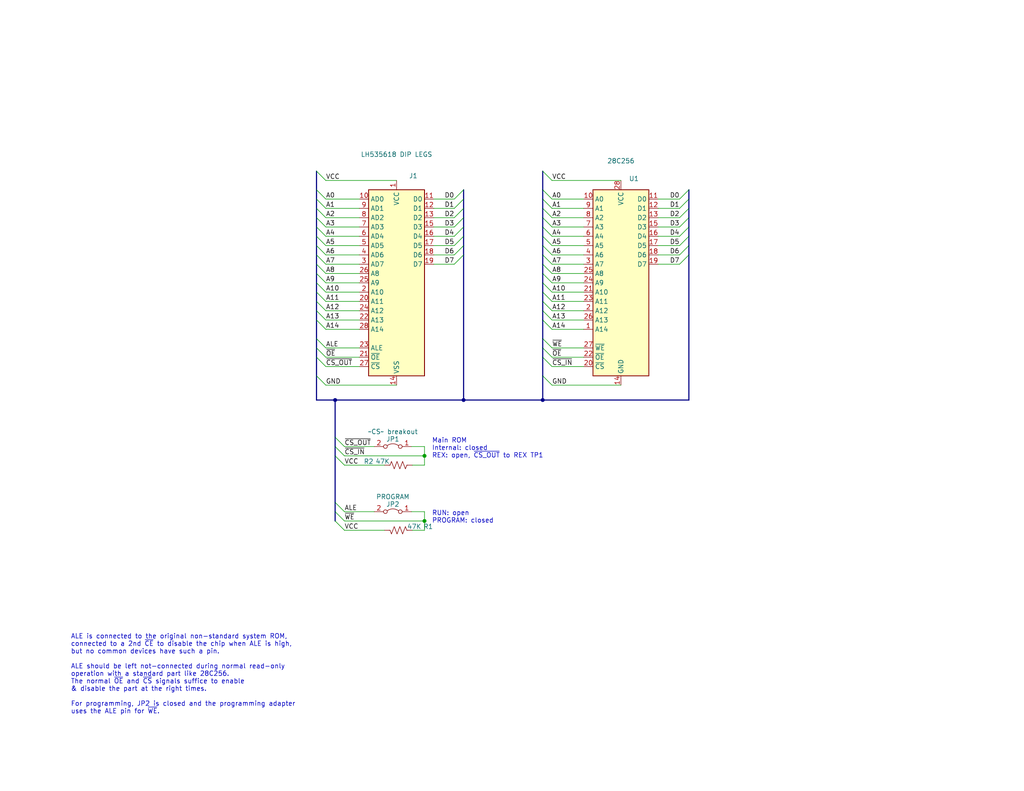
<source format=kicad_sch>
(kicad_sch (version 20211123) (generator eeschema)
  (paper "USLetter")
  (title_block (title "28C256 SOIC to LH535618 DIP") (date "2021-03-07") (rev "002") (company "Brian K. White - b.kenyon.w@gmail.com") (comment 1 "TRS-80 Model 100 system rom M12") (comment 2 "Support REX main rom feature"))
  (lib_symbols
    (symbol "000_LOCAL:28C256"
      (property "Reference" "U" (at -7.62 26.67 0))
      (property "Value" "28C256" (at 2.54 -26.67 0))
      (symbol "28C256_1_1"
        (rectangle (start -7.62 25.4) (end 7.62 -25.4) (stroke (width 0.254)) (fill (type background)))
        (pin input line (at -10.16 -12.7 0) (length 2.54) (name "A14") (number "1"))
        (pin input line (at -10.16 22.86 0) (length 2.54) (name "A0") (number "10"))
        (pin tri_state line (at 10.16 22.86 180) (length 2.54) (name "D0") (number "11"))
        (pin tri_state line (at 10.16 20.32 180) (length 2.54) (name "D1") (number "12"))
        (pin tri_state line (at 10.16 17.78 180) (length 2.54) (name "D2") (number "13"))
        (pin power_in line (at 0 -27.94 90) (length 2.54) (name "GND") (number "14"))
        (pin tri_state line (at 10.16 15.24 180) (length 2.54) (name "D3") (number "15"))
        (pin tri_state line (at 10.16 12.7 180) (length 2.54) (name "D4") (number "16"))
        (pin tri_state line (at 10.16 10.16 180) (length 2.54) (name "D5") (number "17"))
        (pin tri_state line (at 10.16 7.62 180) (length 2.54) (name "D6") (number "18"))
        (pin tri_state line (at 10.16 5.08 180) (length 2.54) (name "D7") (number "19"))
        (pin input line (at -10.16 -7.62 0) (length 2.54) (name "A12") (number "2"))
        (pin input line (at -10.16 -22.86 0) (length 2.54) (name "~{CS}") (number "20"))
        (pin input line (at -10.16 -2.54 0) (length 2.54) (name "A10") (number "21"))
        (pin input line (at -10.16 -20.32 0) (length 2.54) (name "~{OE}") (number "22"))
        (pin input line (at -10.16 -5.08 0) (length 2.54) (name "A11") (number "23"))
        (pin input line (at -10.16 0 0) (length 2.54) (name "A9") (number "24"))
        (pin input line (at -10.16 2.54 0) (length 2.54) (name "A8") (number "25"))
        (pin input line (at -10.16 -10.16 0) (length 2.54) (name "A13") (number "26"))
        (pin input line (at -10.16 -17.78 0) (length 2.54) (name "~{WE}") (number "27"))
        (pin power_in line (at 0 27.94 270) (length 2.54) (name "VCC") (number "28"))
        (pin input line (at -10.16 5.08 0) (length 2.54) (name "A7") (number "3"))
        (pin input line (at -10.16 7.62 0) (length 2.54) (name "A6") (number "4"))
        (pin input line (at -10.16 10.16 0) (length 2.54) (name "A5") (number "5"))
        (pin input line (at -10.16 12.7 0) (length 2.54) (name "A4") (number "6"))
        (pin input line (at -10.16 15.24 0) (length 2.54) (name "A3") (number "7"))
        (pin input line (at -10.16 17.78 0) (length 2.54) (name "A2") (number "8"))
        (pin input line (at -10.16 20.32 0) (length 2.54) (name "A1") (number "9"))
      )
    )
    (symbol "000_LOCAL:Jumper_2_Bridged" (pin_names (offset 0) hide)
      (property "Reference" "JP" (at 0 1.905 0))
      (property "Value" "Jumper_2_Bridged" (at 0 -2.54 0))
      (symbol "Jumper_2_Bridged_0_0"
        (circle (center -2.032 0) (radius 0.508))
        (circle (center 2.032 0) (radius 0.508))
      )
      (symbol "Jumper_2_Bridged_0_1"
        (arc (start 1.524 0.254) (mid 0 0.762) (end -1.524 0.254))
      )
      (symbol "Jumper_2_Bridged_1_1"
        (pin passive line (at -5.08 0 0) (length 2.54) (name "A") (number "1"))
        (pin passive line (at 5.08 0 180) (length 2.54) (name "B") (number "2"))
      )
    )
    (symbol "000_LOCAL:LH535618"
      (property "Reference" "U" (at -7.62 26.67 0))
      (property "Value" "LH535618" (at 2.54 -26.67 0))
      (symbol "LH535618_1_1"
        (rectangle (start -7.62 25.4) (end 7.62 -25.4) (stroke (width 0.254)) (fill (type background)))
        (pin power_in line (at 0 27.94 270) (length 2.54) (name "VCC") (number "1"))
        (pin input line (at -10.16 22.86 0) (length 2.54) (name "AD0") (number "10"))
        (pin tri_state line (at 10.16 22.86 180) (length 2.54) (name "D0") (number "11"))
        (pin tri_state line (at 10.16 20.32 180) (length 2.54) (name "D1") (number "12"))
        (pin tri_state line (at 10.16 17.78 180) (length 2.54) (name "D2") (number "13"))
        (pin power_in line (at 0 -27.94 90) (length 2.54) (name "VSS") (number "14"))
        (pin tri_state line (at 10.16 15.24 180) (length 2.54) (name "D3") (number "15"))
        (pin tri_state line (at 10.16 12.7 180) (length 2.54) (name "D4") (number "16"))
        (pin tri_state line (at 10.16 10.16 180) (length 2.54) (name "D5") (number "17"))
        (pin tri_state line (at 10.16 7.62 180) (length 2.54) (name "D6") (number "18"))
        (pin tri_state line (at 10.16 5.08 180) (length 2.54) (name "D7") (number "19"))
        (pin input line (at -10.16 -2.54 0) (length 2.54) (name "A10") (number "2"))
        (pin input line (at -10.16 -5.08 0) (length 2.54) (name "A11") (number "20"))
        (pin input line (at -10.16 -20.32 0) (length 2.54) (name "~{OE}") (number "21"))
        (pin input line (at -10.16 -10.16 0) (length 2.54) (name "A13") (number "22"))
        (pin input line (at -10.16 -17.78 0) (length 2.54) (name "ALE") (number "23"))
        (pin input line (at -10.16 -7.62 0) (length 2.54) (name "A12") (number "24"))
        (pin input line (at -10.16 0 0) (length 2.54) (name "A9") (number "25"))
        (pin input line (at -10.16 2.54 0) (length 2.54) (name "A8") (number "26"))
        (pin input line (at -10.16 -22.86 0) (length 2.54) (name "~{CS}") (number "27"))
        (pin input line (at -10.16 -12.7 0) (length 2.54) (name "A14") (number "28"))
        (pin input line (at -10.16 5.08 0) (length 2.54) (name "AD7") (number "3"))
        (pin input line (at -10.16 7.62 0) (length 2.54) (name "AD6") (number "4"))
        (pin input line (at -10.16 10.16 0) (length 2.54) (name "AD5") (number "5"))
        (pin input line (at -10.16 12.7 0) (length 2.54) (name "AD4") (number "6"))
        (pin input line (at -10.16 15.24 0) (length 2.54) (name "AD3") (number "7"))
        (pin input line (at -10.16 17.78 0) (length 2.54) (name "AD2") (number "8"))
        (pin input line (at -10.16 20.32 0) (length 2.54) (name "AD1") (number "9"))
      )
    )
    (symbol "000_LOCAL:R_US" (pin_numbers hide) (pin_names (offset 0))
      (property "Reference" "R" (at 2.54 0 90))
      (property "Value" "R_US" (at -2.54 0 90))
      (symbol "R_US_0_1"
        (polyline (pts (xy 0 -2.286) (xy 0 -2.54)))
        (polyline (pts (xy 0 2.286) (xy 0 2.54)))
        (polyline (pts (xy 0 -0.762) (xy 1.016 -1.143) (xy 0 -1.524) (xy -1.016 -1.905) (xy 0 -2.286)))
        (polyline (pts (xy 0 0.762) (xy 1.016 0.381) (xy 0 0) (xy -1.016 -0.381) (xy 0 -0.762)))
        (polyline (pts (xy 0 2.286) (xy 1.016 1.905) (xy 0 1.524) (xy -1.016 1.143) (xy 0 0.762)))
      )
      (symbol "R_US_1_1"
        (pin passive line (at 0 3.81 270) (length 1.27) (name "~") (number "1"))
        (pin passive line (at 0 -3.81 90) (length 1.27) (name "~") (number "2"))
      )
    )
  )
  (junction (at 148.082 109.22))
  (junction (at 115.824 124.46))
  (junction (at 126.492 109.22))
  (junction (at 115.824 142.24))
  (junction (at 91.44 109.22))
  (bus_entry (at 148.082 97.536) (size 2.54 2.54))
  (bus_entry (at 86.36 102.616) (size 2.54 2.54))
  (bus_entry (at 148.082 77.216) (size 2.54 2.54))
  (bus_entry (at 123.952 61.976) (size 2.54 -2.54))
  (bus_entry (at 148.082 72.136) (size 2.54 2.54))
  (bus_entry (at 123.952 69.596) (size 2.54 -2.54))
  (bus_entry (at 185.42 59.436) (size 2.54 -2.54))
  (bus_entry (at 86.36 69.596) (size 2.54 2.54))
  (bus_entry (at 185.42 69.596) (size 2.54 -2.54))
  (bus_entry (at 91.44 142.24) (size 2.54 2.54))
  (bus_entry (at 148.082 87.376) (size 2.54 2.54))
  (bus_entry (at 148.082 92.456) (size 2.54 2.54))
  (bus_entry (at 91.44 121.92) (size 2.54 2.54))
  (bus_entry (at 123.952 72.136) (size 2.54 -2.54))
  (bus_entry (at 148.082 84.836) (size 2.54 2.54))
  (bus_entry (at 148.082 51.816) (size 2.54 2.54))
  (bus_entry (at 91.44 119.38) (size 2.54 2.54))
  (bus_entry (at 148.082 74.676) (size 2.54 2.54))
  (bus_entry (at 91.44 137.16) (size 2.54 2.54))
  (bus_entry (at 86.36 51.816) (size 2.54 2.54))
  (bus_entry (at 86.36 67.056) (size 2.54 2.54))
  (bus_entry (at 86.36 92.456) (size 2.54 2.54))
  (bus_entry (at 86.36 87.376) (size 2.54 2.54))
  (bus_entry (at 91.44 124.46) (size 2.54 2.54))
  (bus_entry (at 148.082 54.356) (size 2.54 2.54))
  (bus_entry (at 148.082 64.516) (size 2.54 2.54))
  (bus_entry (at 86.36 82.296) (size 2.54 2.54))
  (bus_entry (at 86.36 84.836) (size 2.54 2.54))
  (bus_entry (at 148.082 67.056) (size 2.54 2.54))
  (bus_entry (at 148.082 82.296) (size 2.54 2.54))
  (bus_entry (at 86.36 46.736) (size 2.54 2.54))
  (bus_entry (at 148.082 102.616) (size 2.54 2.54))
  (bus_entry (at 86.36 74.676) (size 2.54 2.54))
  (bus_entry (at 185.42 72.136) (size 2.54 -2.54))
  (bus_entry (at 148.082 56.896) (size 2.54 2.54))
  (bus_entry (at 185.42 54.356) (size 2.54 -2.54))
  (bus_entry (at 148.082 79.756) (size 2.54 2.54))
  (bus_entry (at 148.082 69.596) (size 2.54 2.54))
  (bus_entry (at 86.36 61.976) (size 2.54 2.54))
  (bus_entry (at 123.952 67.056) (size 2.54 -2.54))
  (bus_entry (at 86.36 79.756) (size 2.54 2.54))
  (bus_entry (at 91.44 139.7) (size 2.54 2.54))
  (bus_entry (at 185.42 64.516) (size 2.54 -2.54))
  (bus_entry (at 123.952 54.356) (size 2.54 -2.54))
  (bus_entry (at 148.082 59.436) (size 2.54 2.54))
  (bus_entry (at 185.42 67.056) (size 2.54 -2.54))
  (bus_entry (at 86.36 77.216) (size 2.54 2.54))
  (bus_entry (at 123.952 59.436) (size 2.54 -2.54))
  (bus_entry (at 86.36 64.516) (size 2.54 2.54))
  (bus_entry (at 148.082 94.996) (size 2.54 2.54))
  (bus_entry (at 148.082 46.736) (size 2.54 2.54))
  (bus_entry (at 86.36 97.536) (size 2.54 2.54))
  (bus_entry (at 86.36 94.996) (size 2.54 2.54))
  (bus_entry (at 123.952 56.896) (size 2.54 -2.54))
  (bus_entry (at 123.952 64.516) (size 2.54 -2.54))
  (bus_entry (at 86.36 59.436) (size 2.54 2.54))
  (bus_entry (at 185.42 56.896) (size 2.54 -2.54))
  (bus_entry (at 148.082 61.976) (size 2.54 2.54))
  (bus_entry (at 86.36 72.136) (size 2.54 2.54))
  (bus_entry (at 86.36 56.896) (size 2.54 2.54))
  (bus_entry (at 185.42 61.976) (size 2.54 -2.54))
  (bus_entry (at 86.36 54.356) (size 2.54 2.54))
  (bus (pts (xy 148.082 69.596) (xy 148.082 72.136)))
  (wire (pts (xy 93.98 139.7) (xy 102.108 139.7)))
  (bus (pts (xy 86.36 54.356) (xy 86.36 56.896)))
  (bus (pts (xy 148.082 94.996) (xy 148.082 97.536)))
  (bus (pts (xy 187.96 64.516) (xy 187.96 67.056)))
  (bus (pts (xy 148.082 64.516) (xy 148.082 67.056)))
  (wire (pts (xy 88.9 61.976) (xy 98.044 61.976)))
  (wire (pts (xy 150.622 54.356) (xy 159.258 54.356)))
  (bus (pts (xy 91.44 121.92) (xy 91.44 124.46)))
  (wire (pts (xy 118.364 54.356) (xy 123.952 54.356)))
  (wire (pts (xy 150.622 59.436) (xy 159.258 59.436)))
  (bus (pts (xy 86.36 64.516) (xy 86.36 67.056)))
  (wire (pts (xy 179.578 54.356) (xy 185.42 54.356)))
  (bus (pts (xy 126.492 64.516) (xy 126.492 67.056)))
  (wire (pts (xy 115.824 121.92) (xy 112.268 121.92)))
  (bus (pts (xy 86.36 79.756) (xy 86.36 82.296)))
  (wire (pts (xy 150.622 77.216) (xy 159.258 77.216)))
  (wire (pts (xy 150.622 56.896) (xy 159.258 56.896)))
  (wire (pts (xy 150.622 105.156) (xy 169.418 105.156)))
  (bus (pts (xy 86.36 87.376) (xy 86.36 92.456)))
  (bus (pts (xy 187.96 61.976) (xy 187.96 64.516)))
  (wire (pts (xy 150.622 97.536) (xy 159.258 97.536)))
  (bus (pts (xy 187.96 56.896) (xy 187.96 59.436)))
  (wire (pts (xy 88.9 87.376) (xy 98.044 87.376)))
  (bus (pts (xy 91.44 139.7) (xy 91.44 142.24)))
  (wire (pts (xy 88.9 94.996) (xy 98.044 94.996)))
  (wire (pts (xy 179.578 59.436) (xy 185.42 59.436)))
  (wire (pts (xy 88.9 59.436) (xy 98.044 59.436)))
  (bus (pts (xy 148.082 97.536) (xy 148.082 102.616)))
  (wire (pts (xy 150.622 82.296) (xy 159.258 82.296)))
  (wire (pts (xy 112.522 144.78) (xy 115.824 144.78)))
  (bus (pts (xy 86.36 61.976) (xy 86.36 64.516)))
  (bus (pts (xy 91.44 137.16) (xy 91.44 139.7)))
  (wire (pts (xy 88.9 82.296) (xy 98.044 82.296)))
  (wire (pts (xy 115.824 124.46) (xy 115.824 127)))
  (bus (pts (xy 86.36 46.736) (xy 86.36 51.816)))
  (wire (pts (xy 115.824 142.24) (xy 115.824 144.78)))
  (bus (pts (xy 126.492 109.22) (xy 148.082 109.22)))
  (wire (pts (xy 150.622 61.976) (xy 159.258 61.976)))
  (wire (pts (xy 150.622 64.516) (xy 159.258 64.516)))
  (wire (pts (xy 88.9 100.076) (xy 98.044 100.076)))
  (bus (pts (xy 86.36 51.816) (xy 86.36 54.356)))
  (wire (pts (xy 93.98 142.24) (xy 115.824 142.24)))
  (bus (pts (xy 148.082 46.736) (xy 148.082 51.816)))
  (wire (pts (xy 118.364 56.896) (xy 123.952 56.896)))
  (wire (pts (xy 150.622 74.676) (xy 159.258 74.676)))
  (wire (pts (xy 150.622 49.276) (xy 169.418 49.276)))
  (wire (pts (xy 150.622 72.136) (xy 159.258 72.136)))
  (bus (pts (xy 86.36 82.296) (xy 86.36 84.836)))
  (bus (pts (xy 148.082 87.376) (xy 148.082 92.456)))
  (bus (pts (xy 148.082 72.136) (xy 148.082 74.676)))
  (bus (pts (xy 86.36 56.896) (xy 86.36 59.436)))
  (wire (pts (xy 93.98 121.92) (xy 102.108 121.92)))
  (wire (pts (xy 115.824 121.92) (xy 115.824 124.46)))
  (bus (pts (xy 148.082 102.616) (xy 148.082 109.22)))
  (bus (pts (xy 126.492 61.976) (xy 126.492 64.516)))
  (wire (pts (xy 93.98 127) (xy 104.902 127)))
  (wire (pts (xy 115.824 139.7) (xy 115.824 142.24)))
  (wire (pts (xy 179.578 72.136) (xy 185.42 72.136)))
  (bus (pts (xy 148.082 92.456) (xy 148.082 94.996)))
  (bus (pts (xy 86.36 97.536) (xy 86.36 102.616)))
  (bus (pts (xy 148.082 61.976) (xy 148.082 64.516)))
  (wire (pts (xy 118.364 67.056) (xy 123.952 67.056)))
  (wire (pts (xy 88.9 97.536) (xy 98.044 97.536)))
  (wire (pts (xy 88.9 64.516) (xy 98.044 64.516)))
  (wire (pts (xy 88.9 72.136) (xy 98.044 72.136)))
  (bus (pts (xy 86.36 72.136) (xy 86.36 74.676)))
  (wire (pts (xy 115.824 139.7) (xy 112.268 139.7)))
  (bus (pts (xy 86.36 77.216) (xy 86.36 79.756)))
  (bus (pts (xy 148.082 79.756) (xy 148.082 82.296)))
  (wire (pts (xy 88.9 89.916) (xy 98.044 89.916)))
  (wire (pts (xy 150.622 87.376) (xy 159.258 87.376)))
  (bus (pts (xy 187.96 59.436) (xy 187.96 61.976)))
  (bus (pts (xy 148.082 59.436) (xy 148.082 61.976)))
  (bus (pts (xy 91.44 109.22) (xy 126.492 109.22)))
  (bus (pts (xy 187.96 54.356) (xy 187.96 56.896)))
  (bus (pts (xy 148.082 51.816) (xy 148.082 54.356)))
  (bus (pts (xy 126.492 54.356) (xy 126.492 56.896)))
  (bus (pts (xy 187.96 51.816) (xy 187.96 54.356)))
  (bus (pts (xy 86.36 84.836) (xy 86.36 87.376)))
  (wire (pts (xy 88.9 79.756) (xy 98.044 79.756)))
  (bus (pts (xy 148.082 67.056) (xy 148.082 69.596)))
  (bus (pts (xy 126.492 59.436) (xy 126.492 61.976)))
  (bus (pts (xy 86.36 102.616) (xy 86.36 109.22)))
  (wire (pts (xy 179.578 67.056) (xy 185.42 67.056)))
  (wire (pts (xy 150.622 100.076) (xy 159.258 100.076)))
  (bus (pts (xy 86.36 94.996) (xy 86.36 97.536)))
  (wire (pts (xy 93.98 144.78) (xy 104.902 144.78)))
  (wire (pts (xy 88.9 56.896) (xy 98.044 56.896)))
  (wire (pts (xy 179.578 69.596) (xy 185.42 69.596)))
  (wire (pts (xy 118.364 69.596) (xy 123.952 69.596)))
  (bus (pts (xy 86.36 109.22) (xy 91.44 109.22)))
  (wire (pts (xy 118.364 72.136) (xy 123.952 72.136)))
  (wire (pts (xy 179.578 61.976) (xy 185.42 61.976)))
  (wire (pts (xy 118.364 61.976) (xy 123.952 61.976)))
  (wire (pts (xy 118.364 64.516) (xy 123.952 64.516)))
  (wire (pts (xy 150.622 84.836) (xy 159.258 84.836)))
  (bus (pts (xy 86.36 69.596) (xy 86.36 72.136)))
  (wire (pts (xy 88.9 69.596) (xy 98.044 69.596)))
  (bus (pts (xy 148.082 56.896) (xy 148.082 59.436)))
  (wire (pts (xy 93.98 124.46) (xy 115.824 124.46)))
  (bus (pts (xy 187.96 69.596) (xy 187.96 109.22)))
  (wire (pts (xy 150.622 89.916) (xy 159.258 89.916)))
  (bus (pts (xy 148.082 74.676) (xy 148.082 77.216)))
  (bus (pts (xy 148.082 82.296) (xy 148.082 84.836)))
  (bus (pts (xy 86.36 67.056) (xy 86.36 69.596)))
  (wire (pts (xy 88.9 77.216) (xy 98.044 77.216)))
  (bus (pts (xy 91.44 124.46) (xy 91.44 137.16)))
  (bus (pts (xy 91.44 109.22) (xy 91.44 119.38)))
  (bus (pts (xy 126.492 67.056) (xy 126.492 69.596)))
  (bus (pts (xy 148.082 109.22) (xy 187.96 109.22)))
  (wire (pts (xy 179.578 64.516) (xy 185.42 64.516)))
  (wire (pts (xy 88.9 67.056) (xy 98.044 67.056)))
  (bus (pts (xy 86.36 74.676) (xy 86.36 77.216)))
  (bus (pts (xy 126.492 69.596) (xy 126.492 109.22)))
  (wire (pts (xy 150.622 79.756) (xy 159.258 79.756)))
  (bus (pts (xy 148.082 54.356) (xy 148.082 56.896)))
  (bus (pts (xy 91.44 119.38) (xy 91.44 121.92)))
  (wire (pts (xy 88.9 105.156) (xy 108.204 105.156)))
  (wire (pts (xy 88.9 74.676) (xy 98.044 74.676)))
  (wire (pts (xy 118.364 59.436) (xy 123.952 59.436)))
  (bus (pts (xy 187.96 67.056) (xy 187.96 69.596)))
  (wire (pts (xy 88.9 49.276) (xy 108.204 49.276)))
  (bus (pts (xy 148.082 84.836) (xy 148.082 87.376)))
  (wire (pts (xy 150.622 67.056) (xy 159.258 67.056)))
  (bus (pts (xy 148.082 77.216) (xy 148.082 79.756)))
  (bus (pts (xy 126.492 51.816) (xy 126.492 54.356)))
  (wire (pts (xy 88.9 84.836) (xy 98.044 84.836)))
  (wire (pts (xy 150.622 69.596) (xy 159.258 69.596)))
  (wire (pts (xy 88.9 54.356) (xy 98.044 54.356)))
  (wire (pts (xy 112.522 127) (xy 115.824 127)))
  (bus (pts (xy 86.36 92.456) (xy 86.36 94.996)))
  (wire (pts (xy 179.578 56.896) (xy 185.42 56.896)))
  (bus (pts (xy 86.36 59.436) (xy 86.36 61.976)))
  (bus (pts (xy 126.492 56.896) (xy 126.492 59.436)))
  (wire (pts (xy 150.622 94.996) (xy 159.258 94.996)))
  (text "RUN: open\nPROGRAM: closed" (at 117.856 143.002 0) (effects (font (size 1.27 1.27)) (justify left bottom)))
  (text "Main ROM\nInternal: closed\nREX: open, ~{CS_OUT} to REX TP1\n" (at 117.856 125.222 0) (effects (font (size 1.27 1.27)) (justify left bottom)))
  (text "ALE is connected to the original non-standard system ROM,\nconnected to a 2nd ~{CE} to disable the chip when ALE is high,\nbut no common devices have such a pin.\n\nALE should be left not-connected during normal read-only\noperation with a standard part like 28C256.\nThe normal ~{OE} and ~{CS} signals suffice to enable\n& disable the part at the right times.\n\nFor programming, JP2 is closed and the programming adapter\nuses the ALE pin for ~{WE}." (at 19.304 195.072 0) (effects (font (size 1.27 1.27)) (justify left bottom)))
  (label "D4" (at 185.42 64.516 180))
  (label "~{CS_OUT}" (at 93.98 121.92 0))
  (label "~{OE}" (at 150.622 97.536 0))
  (label "D1" (at 123.952 56.896 180))
  (label "~{WE}" (at 150.622 94.996 0))
  (label "D6" (at 185.42 69.596 180))
  (label "A11" (at 88.9 82.296 0))
  (label "VCC" (at 93.98 144.78 0))
  (label "D7" (at 123.952 72.136 180))
  (label "A1" (at 88.9 56.896 0))
  (label "VCC" (at 88.9 49.276 0))
  (label "A9" (at 88.9 77.216 0))
  (label "ALE" (at 88.9 94.996 0))
  (label "D2" (at 185.42 59.436 180))
  (label "A8" (at 88.9 74.676 0))
  (label "A14" (at 150.622 89.916 0))
  (label "~{WE}" (at 93.98 142.24 0))
  (label "A3" (at 150.622 61.976 0))
  (label "A2" (at 88.9 59.436 0))
  (label "VCC" (at 150.622 49.276 0))
  (label "A9" (at 150.622 77.216 0))
  (label "A0" (at 88.9 54.356 0))
  (label "A13" (at 88.9 87.376 0))
  (label "A6" (at 88.9 69.596 0))
  (label "A10" (at 88.9 79.756 0))
  (label "ALE" (at 93.98 139.7 0))
  (label "VCC" (at 93.98 127 0))
  (label "D1" (at 185.42 56.896 180))
  (label "~{CS_IN}" (at 150.622 100.076 0))
  (label "D0" (at 185.42 54.356 180))
  (label "D2" (at 123.952 59.436 180))
  (label "~{CS_IN}" (at 93.98 124.46 0))
  (label "D5" (at 123.952 67.056 180))
  (label "A12" (at 150.622 84.836 0))
  (label "A2" (at 150.622 59.436 0))
  (label "A10" (at 150.622 79.756 0))
  (label "D0" (at 123.952 54.356 180))
  (label "A8" (at 150.622 74.676 0))
  (label "D7" (at 185.42 72.136 180))
  (label "A4" (at 88.9 64.516 0))
  (label "D3" (at 123.952 61.976 180))
  (label "A11" (at 150.622 82.296 0))
  (label "A6" (at 150.622 69.596 0))
  (label "GND" (at 88.9 105.156 0))
  (label "A5" (at 150.622 67.056 0))
  (label "A12" (at 88.9 84.836 0))
  (label "D4" (at 123.952 64.516 180))
  (label "D6" (at 123.952 69.596 180))
  (label "A7" (at 150.622 72.136 0))
  (label "A14" (at 88.9 89.916 0))
  (label "D5" (at 185.42 67.056 180))
  (label "A1" (at 150.622 56.896 0))
  (label "~{CS_OUT}" (at 88.9 100.076 0))
  (label "~{OE}" (at 88.9 97.536 0))
  (label "A0" (at 150.622 54.356 0))
  (label "A4" (at 150.622 64.516 0))
  (label "A13" (at 150.622 87.376 0))
  (label "A7" (at 88.9 72.136 0))
  (label "A3" (at 88.9 61.976 0))
  (label "D3" (at 185.42 61.976 180))
  (label "A5" (at 88.9 67.056 0))
  (label "GND" (at 150.622 105.156 0))
  (symbol (lib_id "000_LOCAL:28C256") (at 169.418 77.216 0) (unit 1)
    (property "Reference" "U1" (at 172.974 48.768 0))
    (property "Value" "28C256" (at 169.418 43.942 0))
    (property "Footprint" "000_LOCAL:SOIC28W" (effects hide))
    (property "Datasheet" "http://ww1.microchip.com/downloads/en/DeviceDoc/doc0006.pdf" (effects hide))
  )
  (symbol (lib_id "000_LOCAL:LH535618") (at 108.204 77.216 0) (unit 1)
    (property "Reference" "J1" (at 112.776 48.006 0))
    (property "Value" "LH535618 DIP LEGS" (at 108.204 42.164 0))
    (property "Footprint" "000_LOCAL:DIP28_0.6_pcb_sil_pins" (effects hide))
    (property "Datasheet" "http://ww1.microchip.com/downloads/en/DeviceDoc/doc0014.pdf" (effects hide))
  )
  (symbol (lib_id "000_LOCAL:Jumper_2_Bridged") (at 107.188 121.92 0) (mirror y) (unit 1)
    (property "Reference" "JP1" (at 107.188 119.888 0))
    (property "Value" "~CS~ breakout" (at 107.188 117.856 0))
    (property "Footprint" "000_LOCAL:Pin_Header_Angled_1x02_Pitch2.54mm" (effects hide))
  )
  (symbol (lib_id "000_LOCAL:R_US") (at 108.712 127 270) (unit 1)
    (property "Reference" "R2" (at 100.584 125.984 90))
    (property "Value" "47K" (at 104.394 125.984 90))
    (property "Footprint" "000_LOCAL:R_0805" (effects hide))
  )
  (symbol (lib_id "000_LOCAL:Jumper_2_Bridged") (at 107.188 139.7 0) (mirror y) (unit 1)
    (property "Reference" "JP2" (at 107.188 137.668 0))
    (property "Value" "PROGRAM" (at 107.188 135.636 0))
    (property "Footprint" "000_LOCAL:Pin_Header_Angled_1x02_Pitch2.54mm" (effects hide))
  )
  (symbol (lib_id "000_LOCAL:R_US") (at 108.712 144.78 90) (mirror x) (unit 1)
    (property "Reference" "R1" (at 116.84 143.764 90))
    (property "Value" "47K" (at 113.03 143.764 90))
    (property "Footprint" "000_LOCAL:R_0805" (effects hide))
  )
)
</source>
